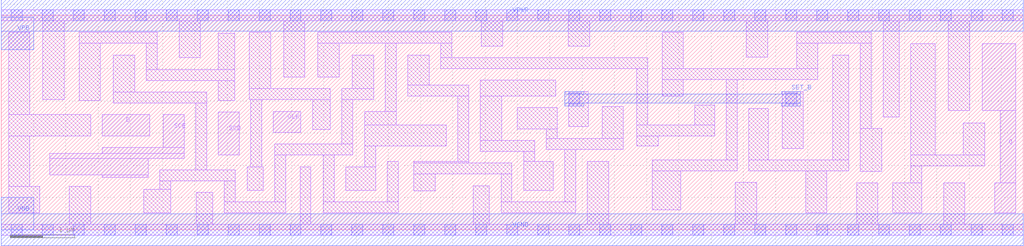
<source format=lef>
# Copyright 2020 The SkyWater PDK Authors
#
# Licensed under the Apache License, Version 2.0 (the "License");
# you may not use this file except in compliance with the License.
# You may obtain a copy of the License at
#
#     https://www.apache.org/licenses/LICENSE-2.0
#
# Unless required by applicable law or agreed to in writing, software
# distributed under the License is distributed on an "AS IS" BASIS,
# WITHOUT WARRANTIES OR CONDITIONS OF ANY KIND, either express or implied.
# See the License for the specific language governing permissions and
# limitations under the License.
#
# SPDX-License-Identifier: Apache-2.0

VERSION 5.5 ;
NAMESCASESENSITIVE ON ;
BUSBITCHARS "[]" ;
DIVIDERCHAR "/" ;
MACRO sky130_fd_sc_lp__sdfstp_lp
  CLASS CORE ;
  SOURCE USER ;
  ORIGIN  0.000000  0.000000 ;
  SIZE  15.84000 BY  3.330000 ;
  SYMMETRY X Y R90 ;
  SITE unit ;
  PIN D
    ANTENNAGATEAREA  0.313000 ;
    DIRECTION INPUT ;
    USE SIGNAL ;
    PORT
      LAYER li1 ;
        RECT 1.565000 1.460000 2.300000 1.790000 ;
    END
  END D
  PIN Q
    ANTENNADIFFAREA  0.404700 ;
    DIRECTION OUTPUT ;
    USE SIGNAL ;
    PORT
      LAYER li1 ;
        RECT 15.205000 1.850000 15.725000 2.890000 ;
        RECT 15.395000 0.265000 15.725000 0.725000 ;
        RECT 15.485000 0.725000 15.725000 1.850000 ;
    END
  END Q
  PIN SCD
    ANTENNAGATEAREA  0.313000 ;
    DIRECTION INPUT ;
    USE SIGNAL ;
    PORT
      LAYER li1 ;
        RECT 3.365000 1.160000 3.685000 1.830000 ;
    END
  END SCD
  PIN SCE
    ANTENNAGATEAREA  0.689000 ;
    DIRECTION INPUT ;
    USE SIGNAL ;
    PORT
      LAYER li1 ;
        RECT 0.750000 0.855000 2.275000 1.110000 ;
        RECT 0.750000 1.110000 2.835000 1.185000 ;
        RECT 1.565000 0.810000 2.275000 0.855000 ;
        RECT 1.565000 1.185000 2.835000 1.280000 ;
        RECT 2.510000 1.280000 2.835000 1.790000 ;
    END
  END SCE
  PIN SET_B
    ANTENNAGATEAREA  0.626000 ;
    DIRECTION INPUT ;
    USE SIGNAL ;
    PORT
      LAYER met1 ;
        RECT  8.735000 1.920000  9.025000 1.965000 ;
        RECT  8.735000 1.965000 12.385000 2.105000 ;
        RECT  8.735000 2.105000  9.025000 2.150000 ;
        RECT 12.095000 1.920000 12.385000 1.965000 ;
        RECT 12.095000 2.105000 12.385000 2.150000 ;
    END
  END SET_B
  PIN CLK
    ANTENNAGATEAREA  0.376000 ;
    DIRECTION INPUT ;
    USE CLOCK ;
    PORT
      LAYER li1 ;
        RECT 4.215000 1.510000 4.645000 1.840000 ;
    END
  END CLK
  PIN VGND
    DIRECTION INOUT ;
    USE GROUND ;
    PORT
      LAYER met1 ;
        RECT 0.000000 -0.245000 15.840000 0.245000 ;
    END
  END VGND
  PIN VNB
    DIRECTION INOUT ;
    USE GROUND ;
    PORT
    END
  END VNB
  PIN VPB
    DIRECTION INOUT ;
    USE POWER ;
    PORT
    END
  END VPB
  PIN VNB
    DIRECTION INOUT ;
    USE GROUND ;
    PORT
      LAYER met1 ;
        RECT 0.000000 0.000000 0.500000 0.500000 ;
    END
  END VNB
  PIN VPB
    DIRECTION INOUT ;
    USE POWER ;
    PORT
      LAYER met1 ;
        RECT 0.000000 2.800000 0.500000 3.300000 ;
    END
  END VPB
  PIN VPWR
    DIRECTION INOUT ;
    USE POWER ;
    PORT
      LAYER met1 ;
        RECT 0.000000 3.085000 15.840000 3.575000 ;
    END
  END VPWR
  OBS
    LAYER li1 ;
      RECT  0.000000 -0.085000 15.840000 0.085000 ;
      RECT  0.000000  3.245000 15.840000 3.415000 ;
      RECT  0.115000  0.265000  0.595000 0.675000 ;
      RECT  0.115000  0.675000  0.445000 1.460000 ;
      RECT  0.115000  1.460000  1.385000 1.790000 ;
      RECT  0.115000  1.790000  0.445000 3.065000 ;
      RECT  0.645000  2.025000  0.975000 3.245000 ;
      RECT  1.055000  0.085000  1.385000 0.675000 ;
      RECT  1.205000  2.010000  1.535000 2.895000 ;
      RECT  1.205000  2.895000  2.415000 3.065000 ;
      RECT  1.735000  1.970000  3.185000 2.140000 ;
      RECT  1.735000  2.140000  2.065000 2.715000 ;
      RECT  2.205000  0.265000  2.625000 0.630000 ;
      RECT  2.245000  2.320000  3.615000 2.490000 ;
      RECT  2.245000  2.490000  2.415000 2.895000 ;
      RECT  2.455000  0.630000  2.625000 0.760000 ;
      RECT  2.455000  0.760000  3.625000 0.930000 ;
      RECT  2.755000  2.670000  3.085000 3.245000 ;
      RECT  3.015000  0.930000  3.185000 1.970000 ;
      RECT  3.025000  0.085000  3.275000 0.580000 ;
      RECT  3.365000  2.010000  3.615000 2.320000 ;
      RECT  3.365000  2.490000  3.615000 3.050000 ;
      RECT  3.455000  0.265000  4.410000 0.435000 ;
      RECT  3.455000  0.435000  3.625000 0.760000 ;
      RECT  3.810000  0.615000  4.060000 0.980000 ;
      RECT  3.845000  2.020000  5.100000 2.190000 ;
      RECT  3.845000  2.190000  4.175000 3.065000 ;
      RECT  3.865000  0.980000  4.035000 2.020000 ;
      RECT  4.240000  0.435000  4.410000 1.160000 ;
      RECT  4.240000  1.160000  5.450000 1.330000 ;
      RECT  4.375000  2.370000  4.705000 3.245000 ;
      RECT  4.630000  0.085000  4.800000 0.980000 ;
      RECT  4.825000  1.555000  5.100000 2.020000 ;
      RECT  4.905000  2.370000  5.235000 2.895000 ;
      RECT  4.905000  2.895000  6.980000 3.065000 ;
      RECT  4.990000  0.265000  6.150000 0.435000 ;
      RECT  4.990000  0.435000  5.160000 1.160000 ;
      RECT  5.280000  1.330000  5.450000 2.020000 ;
      RECT  5.280000  2.020000  5.770000 2.190000 ;
      RECT  5.340000  0.615000  5.800000 0.980000 ;
      RECT  5.440000  2.190000  5.770000 2.715000 ;
      RECT  5.630000  0.980000  5.800000 1.300000 ;
      RECT  5.630000  1.300000  6.895000 1.630000 ;
      RECT  5.630000  1.630000  6.120000 1.840000 ;
      RECT  5.950000  1.840000  6.120000 2.895000 ;
      RECT  5.980000  0.435000  6.150000 1.065000 ;
      RECT  6.300000  2.075000  7.245000 2.245000 ;
      RECT  6.300000  2.245000  6.630000 2.715000 ;
      RECT  6.395000  0.605000  6.725000 0.865000 ;
      RECT  6.395000  0.865000  7.915000 1.035000 ;
      RECT  6.395000  1.035000  7.245000 1.065000 ;
      RECT  6.810000  2.505000 10.020000 2.675000 ;
      RECT  6.810000  2.675000  6.980000 2.895000 ;
      RECT  7.075000  1.065000  7.245000 2.075000 ;
      RECT  7.315000  0.085000  7.565000 0.685000 ;
      RECT  7.425000  1.215000  8.265000 1.385000 ;
      RECT  7.425000  1.385000  7.755000 2.075000 ;
      RECT  7.425000  2.075000  8.590000 2.325000 ;
      RECT  7.440000  2.855000  7.770000 3.245000 ;
      RECT  7.745000  0.265000  8.905000 0.435000 ;
      RECT  7.745000  0.435000  7.915000 0.865000 ;
      RECT  7.995000  1.565000  8.615000 1.895000 ;
      RECT  8.095000  0.615000  8.555000 1.065000 ;
      RECT  8.095000  1.065000  8.265000 1.215000 ;
      RECT  8.445000  1.245000  9.640000 1.415000 ;
      RECT  8.445000  1.415000  8.615000 1.565000 ;
      RECT  8.735000  0.435000  8.905000 1.245000 ;
      RECT  8.790000  2.855000  9.120000 3.245000 ;
      RECT  8.795000  1.605000  9.100000 2.150000 ;
      RECT  9.085000  0.085000  9.415000 1.065000 ;
      RECT  9.310000  1.415000  9.640000 1.915000 ;
      RECT  9.850000  1.300000 10.180000 1.460000 ;
      RECT  9.850000  1.460000 11.055000 1.630000 ;
      RECT  9.850000  1.630000 10.020000 2.505000 ;
      RECT 10.085000  0.310000 10.530000 0.915000 ;
      RECT 10.085000  0.915000 11.405000 1.085000 ;
      RECT 10.240000  2.075000 10.570000 2.330000 ;
      RECT 10.240000  2.330000 12.655000 2.500000 ;
      RECT 10.240000  2.500000 10.570000 3.065000 ;
      RECT 10.750000  1.630000 11.055000 1.935000 ;
      RECT 11.235000  1.085000 11.405000 2.330000 ;
      RECT 11.375000  0.085000 11.705000 0.735000 ;
      RECT 11.545000  2.680000 11.875000 3.245000 ;
      RECT 11.585000  0.915000 13.135000 1.085000 ;
      RECT 11.585000  1.085000 11.890000 1.885000 ;
      RECT 12.100000  1.265000 12.430000 2.150000 ;
      RECT 12.325000  2.500000 12.655000 2.895000 ;
      RECT 12.325000  2.895000 13.485000 3.065000 ;
      RECT 12.465000  0.265000 12.795000 0.915000 ;
      RECT 12.885000  1.085000 13.135000 2.715000 ;
      RECT 13.255000  0.085000 13.585000 0.725000 ;
      RECT 13.315000  0.905000 13.645000 1.575000 ;
      RECT 13.315000  1.575000 13.485000 2.895000 ;
      RECT 13.665000  1.755000 13.915000 3.245000 ;
      RECT 13.815000  0.265000 14.265000 0.725000 ;
      RECT 14.095000  0.725000 14.265000 0.990000 ;
      RECT 14.095000  0.990000 15.240000 1.160000 ;
      RECT 14.095000  1.160000 14.475000 2.890000 ;
      RECT 14.605000  0.085000 14.935000 0.725000 ;
      RECT 14.675000  1.850000 15.005000 3.245000 ;
      RECT 14.910000  1.160000 15.240000 1.660000 ;
    LAYER mcon ;
      RECT  0.155000 -0.085000  0.325000 0.085000 ;
      RECT  0.155000  3.245000  0.325000 3.415000 ;
      RECT  0.635000 -0.085000  0.805000 0.085000 ;
      RECT  0.635000  3.245000  0.805000 3.415000 ;
      RECT  1.115000 -0.085000  1.285000 0.085000 ;
      RECT  1.115000  3.245000  1.285000 3.415000 ;
      RECT  1.595000 -0.085000  1.765000 0.085000 ;
      RECT  1.595000  3.245000  1.765000 3.415000 ;
      RECT  2.075000 -0.085000  2.245000 0.085000 ;
      RECT  2.075000  3.245000  2.245000 3.415000 ;
      RECT  2.555000 -0.085000  2.725000 0.085000 ;
      RECT  2.555000  3.245000  2.725000 3.415000 ;
      RECT  3.035000 -0.085000  3.205000 0.085000 ;
      RECT  3.035000  3.245000  3.205000 3.415000 ;
      RECT  3.515000 -0.085000  3.685000 0.085000 ;
      RECT  3.515000  3.245000  3.685000 3.415000 ;
      RECT  3.995000 -0.085000  4.165000 0.085000 ;
      RECT  3.995000  3.245000  4.165000 3.415000 ;
      RECT  4.475000 -0.085000  4.645000 0.085000 ;
      RECT  4.475000  3.245000  4.645000 3.415000 ;
      RECT  4.955000 -0.085000  5.125000 0.085000 ;
      RECT  4.955000  3.245000  5.125000 3.415000 ;
      RECT  5.435000 -0.085000  5.605000 0.085000 ;
      RECT  5.435000  3.245000  5.605000 3.415000 ;
      RECT  5.915000 -0.085000  6.085000 0.085000 ;
      RECT  5.915000  3.245000  6.085000 3.415000 ;
      RECT  6.395000 -0.085000  6.565000 0.085000 ;
      RECT  6.395000  3.245000  6.565000 3.415000 ;
      RECT  6.875000 -0.085000  7.045000 0.085000 ;
      RECT  6.875000  3.245000  7.045000 3.415000 ;
      RECT  7.355000 -0.085000  7.525000 0.085000 ;
      RECT  7.355000  3.245000  7.525000 3.415000 ;
      RECT  7.835000 -0.085000  8.005000 0.085000 ;
      RECT  7.835000  3.245000  8.005000 3.415000 ;
      RECT  8.315000 -0.085000  8.485000 0.085000 ;
      RECT  8.315000  3.245000  8.485000 3.415000 ;
      RECT  8.795000 -0.085000  8.965000 0.085000 ;
      RECT  8.795000  1.950000  8.965000 2.120000 ;
      RECT  8.795000  3.245000  8.965000 3.415000 ;
      RECT  9.275000 -0.085000  9.445000 0.085000 ;
      RECT  9.275000  3.245000  9.445000 3.415000 ;
      RECT  9.755000 -0.085000  9.925000 0.085000 ;
      RECT  9.755000  3.245000  9.925000 3.415000 ;
      RECT 10.235000 -0.085000 10.405000 0.085000 ;
      RECT 10.235000  3.245000 10.405000 3.415000 ;
      RECT 10.715000 -0.085000 10.885000 0.085000 ;
      RECT 10.715000  3.245000 10.885000 3.415000 ;
      RECT 11.195000 -0.085000 11.365000 0.085000 ;
      RECT 11.195000  3.245000 11.365000 3.415000 ;
      RECT 11.675000 -0.085000 11.845000 0.085000 ;
      RECT 11.675000  3.245000 11.845000 3.415000 ;
      RECT 12.155000 -0.085000 12.325000 0.085000 ;
      RECT 12.155000  1.950000 12.325000 2.120000 ;
      RECT 12.155000  3.245000 12.325000 3.415000 ;
      RECT 12.635000 -0.085000 12.805000 0.085000 ;
      RECT 12.635000  3.245000 12.805000 3.415000 ;
      RECT 13.115000 -0.085000 13.285000 0.085000 ;
      RECT 13.115000  3.245000 13.285000 3.415000 ;
      RECT 13.595000 -0.085000 13.765000 0.085000 ;
      RECT 13.595000  3.245000 13.765000 3.415000 ;
      RECT 14.075000 -0.085000 14.245000 0.085000 ;
      RECT 14.075000  3.245000 14.245000 3.415000 ;
      RECT 14.555000 -0.085000 14.725000 0.085000 ;
      RECT 14.555000  3.245000 14.725000 3.415000 ;
      RECT 15.035000 -0.085000 15.205000 0.085000 ;
      RECT 15.035000  3.245000 15.205000 3.415000 ;
      RECT 15.515000 -0.085000 15.685000 0.085000 ;
      RECT 15.515000  3.245000 15.685000 3.415000 ;
  END
END sky130_fd_sc_lp__sdfstp_lp
END LIBRARY

</source>
